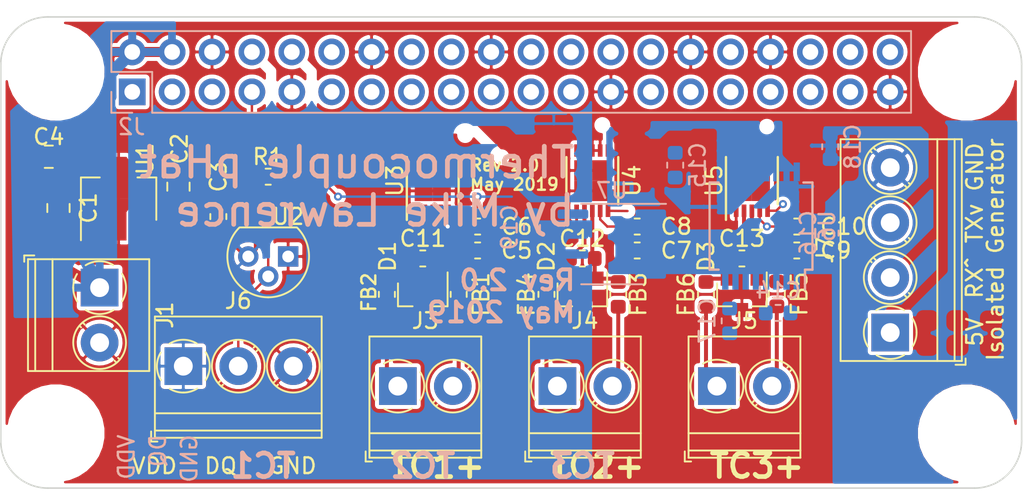
<source format=kicad_pcb>
(kicad_pcb (version 20171130) (host pcbnew "(5.1.4-0-10_14)")
  (layers (0 F.Cu signal) (31 B.Cu signal) (34 B.Paste user hide) (35 F.Paste user hide) (36 B.SilkS user hide) (37 F.SilkS user hide) (38 B.Mask user hide) (39 F.Mask user hide) (44 Edge.Cuts user))
  (net 0 "")
  (net 1 GND)
  (net 2 /W1)
  (net 3 /TC1-)
  (net 4 /TC1+)
  (net 5 /TC2-)
  (net 6 /TC2+)
  (net 7 /TC3-)
  (net 8 /TC3+)
  (net 9 +5V)
  (net 10 +3.3VA)
  (net 11 "Net-(C11-Pad1)")
  (net 12 "Net-(C11-Pad2)")
  (net 13 "Net-(C12-Pad1)")
  (net 14 "Net-(C12-Pad2)")
  (net 15 "Net-(C13-Pad1)")
  (net 16 "Net-(C13-Pad2)")
  (net 17 "Net-(J2-Pad1)")
  (net 18 "Net-(J2-Pad3)")
  (net 19 "Net-(J2-Pad5)")
  (net 20 "Net-(J2-Pad11)")
  (net 21 "Net-(J2-Pad12)")
  (net 22 "Net-(J2-Pad13)")
  (net 23 "Net-(J2-Pad15)")
  (net 24 "Net-(J2-Pad16)")
  (net 25 "Net-(J2-Pad17)")
  (net 26 "Net-(J2-Pad18)")
  (net 27 "Net-(J2-Pad19)")
  (net 28 "Net-(J2-Pad21)")
  (net 29 "Net-(J2-Pad22)")
  (net 30 "Net-(J2-Pad23)")
  (net 31 "Net-(J2-Pad24)")
  (net 32 "Net-(J2-Pad26)")
  (net 33 "Net-(J2-Pad27)")
  (net 34 "Net-(J2-Pad28)")
  (net 35 "Net-(J2-Pad29)")
  (net 36 "Net-(J2-Pad31)")
  (net 37 "Net-(J2-Pad32)")
  (net 38 "Net-(J2-Pad33)")
  (net 39 "Net-(J2-Pad35)")
  (net 40 "Net-(J2-Pad36)")
  (net 41 "Net-(J2-Pad37)")
  (net 42 "Net-(J2-Pad38)")
  (net 43 "Net-(J2-Pad40)")
  (net 44 "Net-(C14-Pad1)")
  (net 45 "Net-(C14-Pad2)")
  (net 46 "Net-(C15-Pad2)")
  (net 47 "Net-(C15-Pad1)")
  (net 48 "Net-(C16-Pad1)")
  (net 49 /GEN5V)
  (net 50 "Net-(C17-Pad1)")
  (net 51 /GENGND)
  (net 52 /TXD)
  (net 53 "Net-(U6-Pad8)")
  (net 54 "Net-(U6-Pad13)")
  (net 55 /GENOUT)
  (net 56 /GENIN)
  (net 57 /RXD)
  (module TerminalBlock_Phoenix:TerminalBlock_Phoenix_PT-1,5-4-3.5-H_1x04_P3.50mm_Horizontal (layer F.Cu) (at 69.1325 44.596 90)
    (fp_text reference J7 (at 5.25 -4.16 90) (layer F.SilkS))
    (fp_text value Screw_Terminal_01x04)
    (pad 4 thru_hole circle (at 10.5 0 90) (size 2.4 2.4) (drill 1.2) (layers *.Cu *.Mask) (net 51 /GENGND))
    (pad 3 thru_hole circle (at 7 0 90) (size 2.4 2.4) (drill 1.2) (layers *.Cu *.Mask) (net 55 /GENOUT))
    (pad 2 thru_hole circle (at 3.5 0 90) (size 2.4 2.4) (drill 1.2) (layers *.Cu *.Mask) (net 56 /GENIN))
    (pad 1 thru_hole rect (at 0 0 90) (size 2.4 2.4) (drill 1.2) (layers *.Cu *.Mask) (net 49 /GEN5V))
  )
  (module Package_SO:SSOP-16_5.3x6.2mm_P0.65mm (layer B.Cu) (at 60.9075 37.816 90)
    (fp_text reference U6 (at 0 4.2 90) (layer B.SilkS) (effects (justify mirror)))
    (fp_text value MAX3221CDBR)
    (pad 1 smd rect (at -3.45 2.275 90) (size 1.2 0.4) (layers B.Cu B.Paste B.Mask) (net 51 /GENGND))
    (pad 2 smd rect (at -3.45 1.625 90) (size 1.2 0.4) (layers B.Cu B.Paste B.Mask) (net 44 "Net-(C14-Pad1)"))
    (pad 3 smd rect (at -3.45 0.975 90) (size 1.2 0.4) (layers B.Cu B.Paste B.Mask) (net 48 "Net-(C16-Pad1)"))
    (pad 4 smd rect (at -3.45 0.325 90) (size 1.2 0.4) (layers B.Cu B.Paste B.Mask) (net 45 "Net-(C14-Pad2)"))
    (pad 5 smd rect (at -3.45 -0.325 90) (size 1.2 0.4) (layers B.Cu B.Paste B.Mask) (net 47 "Net-(C15-Pad1)"))
    (pad 6 smd rect (at -3.45 -0.975 90) (size 1.2 0.4) (layers B.Cu B.Paste B.Mask) (net 46 "Net-(C15-Pad2)"))
    (pad 7 smd rect (at -3.45 -1.625 90) (size 1.2 0.4) (layers B.Cu B.Paste B.Mask) (net 50 "Net-(C17-Pad1)"))
    (pad 8 smd rect (at -3.45 -2.275 90) (size 1.2 0.4) (layers B.Cu B.Paste B.Mask) (net 53 "Net-(U6-Pad8)"))
    (pad 9 smd rect (at 3.45 -2.275 90) (size 1.2 0.4) (layers B.Cu B.Paste B.Mask) (net 55 /GENOUT))
    (pad 10 smd rect (at 3.45 -1.625 90) (size 1.2 0.4) (layers B.Cu B.Paste B.Mask) (net 51 /GENGND))
    (pad 11 smd rect (at 3.45 -0.975 90) (size 1.2 0.4) (layers B.Cu B.Paste B.Mask) (net 56 /GENIN))
    (pad 12 smd rect (at 3.45 -0.325 90) (size 1.2 0.4) (layers B.Cu B.Paste B.Mask) (net 49 /GEN5V))
    (pad 13 smd rect (at 3.45 0.325 90) (size 1.2 0.4) (layers B.Cu B.Paste B.Mask) (net 54 "Net-(U6-Pad13)"))
    (pad 14 smd rect (at 3.45 0.975 90) (size 1.2 0.4) (layers B.Cu B.Paste B.Mask) (net 51 /GENGND))
    (pad 15 smd rect (at 3.45 1.625 90) (size 1.2 0.4) (layers B.Cu B.Paste B.Mask) (net 49 /GEN5V))
    (pad 16 smd rect (at 3.45 2.275 90) (size 1.2 0.4) (layers B.Cu B.Paste B.Mask) (net 49 /GEN5V))
  )
  (module Package_SO:SOIC-8_3.9x4.9mm_P1.27mm (layer B.Cu) (at 51.4075 38.961 180)
    (fp_text reference U7 (at 0 3.4) (layer B.SilkS) (effects (justify mirror)))
    (fp_text value ADuM1201ARZ)
    (pad 1 smd roundrect (at -2.475 1.905 180) (size 1.95 0.6) (layers B.Cu B.Paste B.Mask) (net 49 /GEN5V))
    (pad 2 smd roundrect (at -2.475 0.635 180) (size 1.95 0.6) (layers B.Cu B.Paste B.Mask) (net 53 "Net-(U6-Pad8)"))
    (pad 3 smd roundrect (at -2.475 -0.635 180) (size 1.95 0.6) (layers B.Cu B.Paste B.Mask) (net 54 "Net-(U6-Pad13)"))
    (pad 4 smd roundrect (at -2.475 -1.905 180) (size 1.95 0.6) (layers B.Cu B.Paste B.Mask) (net 51 /GENGND))
    (pad 5 smd roundrect (at 2.475 -1.905 180) (size 1.95 0.6) (layers B.Cu B.Paste B.Mask) (net 1 GND))
    (pad 6 smd roundrect (at 2.475 -0.635 180) (size 1.95 0.6) (layers B.Cu B.Paste B.Mask) (net 57 /RXD))
    (pad 7 smd roundrect (at 2.475 0.635 180) (size 1.95 0.6) (layers B.Cu B.Paste B.Mask) (net 52 /TXD))
    (pad 8 smd roundrect (at 2.475 1.905 180) (size 1.95 0.6) (layers B.Cu B.Paste B.Mask) (net 10 +3.3VA))
  )
  (module TerminalBlock_Phoenix:TerminalBlock_Phoenix_PT-1,5-3-3.5-H_1x03_P3.50mm_Horizontal (layer F.Cu) (at 24.1225 46.736)
    (fp_text reference J6 (at 3.5 -4.16) (layer F.SilkS))
    (fp_text value Screw_Terminal_01x03)
    (pad 3 thru_hole circle (at 7 0) (size 2.4 2.4) (drill 1.2) (layers *.Cu *.Mask) (net 1 GND))
    (pad 2 thru_hole circle (at 3.5 0) (size 2.4 2.4) (drill 1.2) (layers *.Cu *.Mask) (net 2 /W1))
    (pad 1 thru_hole rect (at 0 0) (size 2.4 2.4) (drill 1.2) (layers *.Cu *.Mask) (net 10 +3.3VA))
  )
  (module TerminalBlock_Phoenix:TerminalBlock_Phoenix_PT-1,5-2-3.5-H_1x02_P3.50mm_Horizontal (layer F.Cu) (at 58.1025 48.006)
    (fp_text reference J5 (at 1.75 -4.16) (layer F.SilkS))
    (fp_text value Screw_Terminal_01x02)
    (pad 2 thru_hole circle (at 3.5 0) (size 2.4 2.4) (drill 1.2) (layers *.Cu *.Mask) (net 8 /TC3+))
    (pad 1 thru_hole rect (at 0 0) (size 2.4 2.4) (drill 1.2) (layers *.Cu *.Mask) (net 7 /TC3-))
  )
  (module TerminalBlock_Phoenix:TerminalBlock_Phoenix_PT-1,5-2-3.5-H_1x02_P3.50mm_Horizontal (layer F.Cu) (at 47.9425 48.006)
    (fp_text reference J4 (at 1.75 -4.16) (layer F.SilkS))
    (fp_text value Screw_Terminal_01x02)
    (pad 2 thru_hole circle (at 3.5 0) (size 2.4 2.4) (drill 1.2) (layers *.Cu *.Mask) (net 6 /TC2+))
    (pad 1 thru_hole rect (at 0 0) (size 2.4 2.4) (drill 1.2) (layers *.Cu *.Mask) (net 5 /TC2-))
  )
  (module TerminalBlock_Phoenix:TerminalBlock_Phoenix_PT-1,5-2-3.5-H_1x02_P3.50mm_Horizontal (layer F.Cu) (at 37.7825 48.006)
    (fp_text reference J3 (at 1.75 -4.16) (layer F.SilkS))
    (fp_text value Screw_Terminal_01x02)
    (pad 2 thru_hole circle (at 3.5 0) (size 2.4 2.4) (drill 1.2) (layers *.Cu *.Mask) (net 4 /TC1+))
    (pad 1 thru_hole rect (at 0 0) (size 2.4 2.4) (drill 1.2) (layers *.Cu *.Mask) (net 3 /TC1-))
  )
  (module TerminalBlock_Phoenix:TerminalBlock_Phoenix_PT-1,5-2-3.5-H_1x02_P3.50mm_Horizontal (layer F.Cu) (at 18.7925 41.736 270)
    (fp_text reference J1 (at 1.75 -4.16 90) (layer F.SilkS))
    (fp_text value Screw_Terminal_01x02)
    (pad 2 thru_hole circle (at 3.5 0 270) (size 2.4 2.4) (drill 1.2) (layers *.Cu *.Mask) (net 1 GND))
    (pad 1 thru_hole rect (at 0 0 270) (size 2.4 2.4) (drill 1.2) (layers *.Cu *.Mask) (net 9 +5V))
  )
  (module Capacitor_SMD:C_0805_2012Metric (layer F.Cu) (at 15.5575 33.401)
    (fp_text reference C4 (at 0 -1.27) (layer F.SilkS) (effects (font (size 1.016 1.016) (thickness 0.1524))))
    (fp_text value 22uF hide)
    (pad 2 smd roundrect (at 0.9375 0) (size 0.975 1.4) (layers F.Cu F.Paste F.Mask) (net 1 GND))
    (pad 1 smd roundrect (at -0.9375 0) (size 0.975 1.4) (layers F.Cu F.Paste F.Mask) (net 9 +5V))
  )
  (module Package_TO_SOT_SMD:SOT-23 (layer F.Cu) (at 39.37 42.164 270)
    (fp_text reference D1 (at -2.413 2.2352 270) (layer F.SilkS))
    (fp_text value NUP2105LT1G)
    (pad 1 smd rect (at -1 -0.95 270) (size 0.9 0.8) (layers F.Cu F.Paste F.Mask) (net 11 "Net-(C11-Pad1)"))
    (pad 2 smd rect (at -1 0.95 270) (size 0.9 0.8) (layers F.Cu F.Paste F.Mask) (net 12 "Net-(C11-Pad2)"))
    (pad 3 smd rect (at 1 0 270) (size 0.9 0.8) (layers F.Cu F.Paste F.Mask) (net 1 GND))
  )
  (module RPi_Hat:RPi_Hat_Mounting_Hole (layer F.Cu) (at 16 51)
    (fp_text reference h3 hide)
    (fp_text value "" hide)
    (pad "" np_thru_hole circle (at 0 0) (size 2.75 2.75) (drill 2.75) (layers *.Cu *.Mask) (clearance 1.725))
  )
  (module RPi_Hat:RPi_Hat_Mounting_Hole (layer F.Cu) (at 74 28)
    (fp_text reference h1 hide)
    (fp_text value "" hide)
    (pad "" np_thru_hole circle (at 0 0) (size 2.75 2.75) (drill 2.75) (layers *.Cu *.Mask) (clearance 1.725))
  )
  (module RPi_Hat:RPi_Hat_Mounting_Hole (layer F.Cu) (at 74 51)
    (fp_text reference h2 hide)
    (fp_text value "" hide)
    (pad "" np_thru_hole circle (at 0 0) (size 2.75 2.75) (drill 2.75) (layers *.Cu *.Mask) (clearance 1.725))
  )
  (module RPi_Hat:RPi_Hat_Mounting_Hole (layer F.Cu) (at 16 28)
    (fp_text reference h4 hide)
    (fp_text value "" hide)
    (pad "" np_thru_hole circle (at 0 0) (size 2.75 2.75) (drill 2.75) (layers *.Cu *.Mask) (clearance 1.725))
  )
  (module Capacitor_SMD:C_0603_1608Metric (layer F.Cu) (at 42.8625 37.846 180)
    (fp_text reference C6 (at -1.397 0) (layer F.SilkS) (effects (font (size 1.016 1.016) (thickness 0.1524)) (justify left)))
    (fp_text value 0.1uF hide)
    (pad 2 smd roundrect (at 0.7875 0 180) (size 0.875 0.95) (layers F.Cu F.Paste F.Mask) (net 10 +3.3VA))
    (pad 1 smd roundrect (at -0.7875 0 180) (size 0.875 0.95) (layers F.Cu F.Paste F.Mask) (net 1 GND))
  )
  (module Capacitor_SMD:C_0603_1608Metric (layer F.Cu) (at 39.37 39.878 180)
    (fp_text reference C11 (at 0 1.27) (layer F.SilkS) (effects (font (size 1.016 1.016) (thickness 0.1524))))
    (fp_text value 0.1uF hide)
    (pad 1 smd roundrect (at -0.7875 0 180) (size 0.875 0.95) (layers F.Cu F.Paste F.Mask) (net 11 "Net-(C11-Pad1)"))
    (pad 2 smd roundrect (at 0.7875 0 180) (size 0.875 0.95) (layers F.Cu F.Paste F.Mask) (net 12 "Net-(C11-Pad2)"))
  )
  (module Capacitor_SMD:C_0603_1608Metric (layer F.Cu) (at 26.3525 37.211 90)
    (fp_text reference C3 (at 2.54 0 90) (layer F.SilkS) (effects (font (size 1.016 1.016) (thickness 0.1524))))
    (fp_text value 0.1uF hide)
    (pad 2 smd roundrect (at 0.7875 0 90) (size 0.875 0.95) (layers F.Cu F.Paste F.Mask) (net 1 GND))
    (pad 1 smd roundrect (at -0.7875 0 90) (size 0.875 0.95) (layers F.Cu F.Paste F.Mask) (net 10 +3.3VA))
  )
  (module Capacitor_SMD:C_0603_1608Metric (layer F.Cu) (at 53.0225 37.846 180)
    (fp_text reference C8 (at -1.397 0) (layer F.SilkS) (effects (font (size 1.016 1.016) (thickness 0.1524)) (justify left)))
    (fp_text value 0.1uF hide)
    (pad 2 smd roundrect (at 0.7875 0 180) (size 0.875 0.95) (layers F.Cu F.Paste F.Mask) (net 10 +3.3VA))
    (pad 1 smd roundrect (at -0.7875 0 180) (size 0.875 0.95) (layers F.Cu F.Paste F.Mask) (net 1 GND))
  )
  (module Capacitor_SMD:C_0603_1608Metric (layer F.Cu) (at 49.53 39.878 180)
    (fp_text reference C12 (at 0 1.27) (layer F.SilkS) (effects (font (size 1.016 1.016) (thickness 0.1524))))
    (fp_text value 0.1uF hide)
    (pad 1 smd roundrect (at -0.7875 0 180) (size 0.875 0.95) (layers F.Cu F.Paste F.Mask) (net 13 "Net-(C12-Pad1)"))
    (pad 2 smd roundrect (at 0.7875 0 180) (size 0.875 0.95) (layers F.Cu F.Paste F.Mask) (net 14 "Net-(C12-Pad2)"))
  )
  (module Capacitor_SMD:C_0603_1608Metric (layer F.Cu) (at 63.1825 37.846 180)
    (fp_text reference C10 (at -1.397 0) (layer F.SilkS) (effects (font (size 1.016 1.016) (thickness 0.1524)) (justify left)))
    (fp_text value 0.1uF hide)
    (pad 2 smd roundrect (at 0.7875 0 180) (size 0.875 0.95) (layers F.Cu F.Paste F.Mask) (net 10 +3.3VA))
    (pad 1 smd roundrect (at -0.7875 0 180) (size 0.875 0.95) (layers F.Cu F.Paste F.Mask) (net 1 GND))
  )
  (module Capacitor_SMD:C_0603_1608Metric (layer F.Cu) (at 59.69 39.878 180)
    (fp_text reference C13 (at 0 1.27) (layer F.SilkS) (effects (font (size 1.016 1.016) (thickness 0.1524))))
    (fp_text value 0.1uF hide)
    (pad 1 smd roundrect (at -0.7875 0 180) (size 0.875 0.95) (layers F.Cu F.Paste F.Mask) (net 15 "Net-(C13-Pad1)"))
    (pad 2 smd roundrect (at 0.7875 0 180) (size 0.875 0.95) (layers F.Cu F.Paste F.Mask) (net 16 "Net-(C13-Pad2)"))
  )
  (module Capacitor_SMD:C_0603_1608Metric (layer F.Cu) (at 42.8625 39.37)
    (fp_text reference C5 (at 1.397 0) (layer F.SilkS) (effects (font (size 1.016 1.016) (thickness 0.1524)) (justify left)))
    (fp_text value 0.01uF hide)
    (pad 2 smd roundrect (at 0.7875 0) (size 0.875 0.95) (layers F.Cu F.Paste F.Mask) (net 1 GND))
    (pad 1 smd roundrect (at -0.7875 0) (size 0.875 0.95) (layers F.Cu F.Paste F.Mask) (net 10 +3.3VA))
  )
  (module Capacitor_SMD:C_0603_1608Metric (layer F.Cu) (at 53.0225 39.37)
    (fp_text reference C7 (at 1.397 0) (layer F.SilkS) (effects (font (size 1.016 1.016) (thickness 0.1524)) (justify left)))
    (fp_text value 0.01uF hide)
    (pad 1 smd roundrect (at -0.7875 0) (size 0.875 0.95) (layers F.Cu F.Paste F.Mask) (net 10 +3.3VA))
    (pad 2 smd roundrect (at 0.7875 0) (size 0.875 0.95) (layers F.Cu F.Paste F.Mask) (net 1 GND))
  )
  (module Capacitor_SMD:C_0603_1608Metric (layer F.Cu) (at 63.1825 39.37)
    (fp_text reference C9 (at 1.397 0) (layer F.SilkS) (effects (font (size 1.016 1.016) (thickness 0.1524)) (justify left)))
    (fp_text value 0.01uF hide)
    (pad 2 smd roundrect (at 0.7875 0) (size 0.875 0.95) (layers F.Cu F.Paste F.Mask) (net 1 GND))
    (pad 1 smd roundrect (at -0.7875 0) (size 0.875 0.95) (layers F.Cu F.Paste F.Mask) (net 10 +3.3VA))
  )
  (module Capacitor_SMD:C_0805_2012Metric (layer F.Cu) (at 23.8125 35.306 270)
    (fp_text reference C2 (at -2.413 -0.0635 270) (layer F.SilkS) (effects (font (size 1.016 1.016) (thickness 0.1524))))
    (fp_text value 2.2uF hide)
    (pad 2 smd roundrect (at 0.9375 0 270) (size 0.975 1.4) (layers F.Cu F.Paste F.Mask) (net 10 +3.3VA))
    (pad 1 smd roundrect (at -0.9375 0 270) (size 0.975 1.4) (layers F.Cu F.Paste F.Mask) (net 1 GND))
  )
  (module Capacitor_SMD:C_0805_2012Metric (layer F.Cu) (at 16.1725 36.666 270)
    (fp_text reference C1 (at 0 -1.905 90) (layer F.SilkS) (effects (font (size 1.016 1.016) (thickness 0.1524))))
    (fp_text value 2.2uF hide)
    (pad 1 smd roundrect (at -0.9375 0 270) (size 0.975 1.4) (layers F.Cu F.Paste F.Mask) (net 1 GND))
    (pad 2 smd roundrect (at 0.9375 0 270) (size 0.975 1.4) (layers F.Cu F.Paste F.Mask) (net 9 +5V))
  )
  (module Connector_PinSocket_2.54mm:PinSocket_2x20_P2.54mm_Vertical (layer B.Cu) (at 20.87 29.27 270)
    (fp_text reference J2 (at 2.226 0.042) (layer B.SilkS) (effects (font (size 1.016 1.016) (thickness 0.1524)) (justify mirror)))
    (fp_text value RPi_GPIO hide)
    (pad 1 thru_hole rect (at 0 0 270) (size 1.7 1.7) (drill 1) (layers *.Cu *.Mask) (net 17 "Net-(J2-Pad1)"))
    (pad 2 thru_hole oval (at -2.54 0 270) (size 1.7 1.7) (drill 1) (layers *.Cu *.Mask) (net 9 +5V))
    (pad 3 thru_hole oval (at 0 -2.54 270) (size 1.7 1.7) (drill 1) (layers *.Cu *.Mask) (net 18 "Net-(J2-Pad3)"))
    (pad 4 thru_hole oval (at -2.54 -2.54 270) (size 1.7 1.7) (drill 1) (layers *.Cu *.Mask) (net 9 +5V))
    (pad 5 thru_hole oval (at 0 -5.08 270) (size 1.7 1.7) (drill 1) (layers *.Cu *.Mask) (net 19 "Net-(J2-Pad5)"))
    (pad 6 thru_hole oval (at -2.54 -5.08 270) (size 1.7 1.7) (drill 1) (layers *.Cu *.Mask) (net 1 GND))
    (pad 7 thru_hole oval (at 0 -7.62 270) (size 1.7 1.7) (drill 1) (layers *.Cu *.Mask) (net 2 /W1))
    (pad 8 thru_hole oval (at -2.54 -7.62 270) (size 1.7 1.7) (drill 1) (layers *.Cu *.Mask) (net 52 /TXD))
    (pad 9 thru_hole oval (at 0 -10.16 270) (size 1.7 1.7) (drill 1) (layers *.Cu *.Mask) (net 1 GND))
    (pad 10 thru_hole oval (at -2.54 -10.16 270) (size 1.7 1.7) (drill 1) (layers *.Cu *.Mask) (net 57 /RXD))
    (pad 11 thru_hole oval (at 0 -12.7 270) (size 1.7 1.7) (drill 1) (layers *.Cu *.Mask) (net 20 "Net-(J2-Pad11)"))
    (pad 12 thru_hole oval (at -2.54 -12.7 270) (size 1.7 1.7) (drill 1) (layers *.Cu *.Mask) (net 21 "Net-(J2-Pad12)"))
    (pad 13 thru_hole oval (at 0 -15.24 270) (size 1.7 1.7) (drill 1) (layers *.Cu *.Mask) (net 22 "Net-(J2-Pad13)"))
    (pad 14 thru_hole oval (at -2.54 -15.24 270) (size 1.7 1.7) (drill 1) (layers *.Cu *.Mask) (net 1 GND))
    (pad 15 thru_hole oval (at 0 -17.78 270) (size 1.7 1.7) (drill 1) (layers *.Cu *.Mask) (net 23 "Net-(J2-Pad15)"))
    (pad 16 thru_hole oval (at -2.54 -17.78 270) (size 1.7 1.7) (drill 1) (layers *.Cu *.Mask) (net 24 "Net-(J2-Pad16)"))
    (pad 17 thru_hole oval (at 0 -20.32 270) (size 1.7 1.7) (drill 1) (layers *.Cu *.Mask) (net 25 "Net-(J2-Pad17)"))
    (pad 18 thru_hole oval (at -2.54 -20.32 270) (size 1.7 1.7) (drill 1) (layers *.Cu *.Mask) (net 26 "Net-(J2-Pad18)"))
    (pad 19 thru_hole oval (at 0 -22.86 270) (size 1.7 1.7) (drill 1) (layers *.Cu *.Mask) (net 27 "Net-(J2-Pad19)"))
    (pad 20 thru_hole oval (at -2.54 -22.86 270) (size 1.7 1.7) (drill 1) (layers *.Cu *.Mask) (net 1 GND))
    (pad 21 thru_hole oval (at 0 -25.4 270) (size 1.7 1.7) (drill 1) (layers *.Cu *.Mask) (net 28 "Net-(J2-Pad21)"))
    (pad 22 thru_hole oval (at -2.54 -25.4 270) (size 1.7 1.7) (drill 1) (layers *.Cu *.Mask) (net 29 "Net-(J2-Pad22)"))
    (pad 23 thru_hole oval (at 0 -27.94 270) (size 1.7 1.7) (drill 1) (layers *.Cu *.Mask) (net 30 "Net-(J2-Pad23)"))
    (pad 24 thru_hole oval (at -2.54 -27.94 270) (size 1.7 1.7) (drill 1) (layers *.Cu *.Mask) (net 31 "Net-(J2-Pad24)"))
    (pad 25 thru_hole oval (at 0 -30.48 270) (size 1.7 1.7) (drill 1) (layers *.Cu *.Mask) (net 1 GND))
    (pad 26 thru_hole oval (at -2.54 -30.48 270) (size 1.7 1.7) (drill 1) (layers *.Cu *.Mask) (net 32 "Net-(J2-Pad26)"))
    (pad 27 thru_hole oval (at 0 -33.02 270) (size 1.7 1.7) (drill 1) (layers *.Cu *.Mask) (net 33 "Net-(J2-Pad27)"))
    (pad 28 thru_hole oval (at -2.54 -33.02 270) (size 1.7 1.7) (drill 1) (layers *.Cu *.Mask) (net 34 "Net-(J2-Pad28)"))
    (pad 29 thru_hole oval (at 0 -35.56 270) (size 1.7 1.7) (drill 1) (layers *.Cu *.Mask) (net 35 "Net-(J2-Pad29)"))
    (pad 30 thru_hole oval (at -2.54 -35.56 270) (size 1.7 1.7) (drill 1) (layers *.Cu *.Mask) (net 1 GND))
    (pad 31 thru_hole oval (at 0 -38.1 270) (size 1.7 1.7) (drill 1) (layers *.Cu *.Mask) (net 36 "Net-(J2-Pad31)"))
    (pad 32 thru_hole oval (at -2.54 -38.1 270) (size 1.7 1.7) (drill 1) (layers *.Cu *.Mask) (net 37 "Net-(J2-Pad32)"))
    (pad 33 thru_hole oval (at 0 -40.64 270) (size 1.7 1.7) (drill 1) (layers *.Cu *.Mask) (net 38 "Net-(J2-Pad33)"))
    (pad 34 thru_hole oval (at -2.54 -40.64 270) (size 1.7 1.7) (drill 1) (layers *.Cu *.Mask) (net 1 GND))
    (pad 35 thru_hole oval (at 0 -43.18 270) (size 1.7 1.7) (drill 1) (layers *.Cu *.Mask) (net 39 "Net-(J2-Pad35)"))
    (pad 36 thru_hole oval (at -2.54 -43.18 270) (size 1.7 1.7) (drill 1) (layers *.Cu *.Mask) (net 40 "Net-(J2-Pad36)"))
    (pad 37 thru_hole oval (at 0 -45.72 270) (size 1.7 1.7) (drill 1) (layers *.Cu *.Mask) (net 41 "Net-(J2-Pad37)"))
    (pad 38 thru_hole oval (at -2.54 -45.72 270) (size 1.7 1.7) (drill 1) (layers *.Cu *.Mask) (net 42 "Net-(J2-Pad38)"))
    (pad 39 thru_hole oval (at 0 -48.26 270) (size 1.7 1.7) (drill 1) (layers *.Cu *.Mask) (net 1 GND))
    (pad 40 thru_hole oval (at -2.54 -48.26 270) (size 1.7 1.7) (drill 1) (layers *.Cu *.Mask) (net 43 "Net-(J2-Pad40)"))
  )
  (module Resistor_SMD:R_0603_1608Metric (layer F.Cu) (at 29.5275 34.671 180)
    (fp_text reference R1 (at 0 1.27) (layer F.SilkS) (effects (font (size 1.016 1.016) (thickness 0.1524))))
    (fp_text value 4.7k hide)
    (pad 1 smd roundrect (at -0.7875 0 180) (size 0.875 0.95) (layers F.Cu F.Paste F.Mask) (net 2 /W1))
    (pad 2 smd roundrect (at 0.7875 0 180) (size 0.875 0.95) (layers F.Cu F.Paste F.Mask) (net 10 +3.3VA))
  )
  (module Package_DFN_QFN-ML:TDFN-10-1EP_3x4mm_Pitch0.5mm (layer F.Cu) (at 40.005 34.925 90)
    (fp_text reference U3 (at 0 -2.413 90) (layer F.SilkS) (effects (font (size 1.016 1.016) (thickness 0.1524))))
    (fp_text value MAX31850K hide)
    (pad 1 smd rect (at -1.92 -1 90) (size 0.79 0.3) (layers F.Cu F.Paste F.Mask) (net 1 GND))
    (pad 2 smd rect (at -1.92 -0.5 90) (size 0.79 0.3) (layers F.Cu F.Paste F.Mask) (net 12 "Net-(C11-Pad2)"))
    (pad 3 smd rect (at -1.92 0 90) (size 0.79 0.3) (layers F.Cu F.Paste F.Mask) (net 11 "Net-(C11-Pad1)"))
    (pad 4 smd rect (at -1.92 0.5 90) (size 0.79 0.3) (layers F.Cu F.Paste F.Mask) (net 10 +3.3VA))
    (pad 5 smd rect (at -1.92 1 90) (size 0.79 0.3) (layers F.Cu F.Paste F.Mask) (net 2 /W1))
    (pad 6 smd rect (at 1.92 1 90) (size 0.79 0.3) (layers F.Cu F.Paste F.Mask) (net 1 GND))
    (pad 7 smd rect (at 1.92 0.5 90) (size 0.79 0.3) (layers F.Cu F.Paste F.Mask) (net 1 GND))
    (pad 8 smd rect (at 1.92 0 90) (size 0.79 0.3) (layers F.Cu F.Paste F.Mask) (net 1 GND))
    (pad 9 smd rect (at 1.92 -0.5 90) (size 0.79 0.3) (layers F.Cu F.Paste F.Mask) (net 1 GND))
    (pad 10 smd rect (at 1.92 -1 90) (size 0.79 0.3) (layers F.Cu F.Paste F.Mask))
    (pad 11 smd rect (at 0.65 0.575 90) (size 1.3 1.15) (layers F.Cu F.Paste F.Mask) (net 1 GND))
    (pad 11 smd rect (at 0.65 -0.575 90) (size 1.3 1.15) (layers F.Cu F.Paste F.Mask) (net 1 GND))
    (pad 11 smd rect (at -0.65 0.575 90) (size 1.3 1.15) (layers F.Cu F.Paste F.Mask) (net 1 GND))
    (pad 11 smd rect (at -0.65 -0.575 90) (size 1.3 1.15) (layers F.Cu F.Paste F.Mask) (net 1 GND))
  )
  (module Package_TO_SOT_THT:TO-92 (layer F.Cu) (at 30.7975 39.751 180)
    (fp_text reference U2 (at 0 2.54) (layer F.SilkS) (effects (font (size 1.016 1.016) (thickness 0.1524))))
    (fp_text value DS18S20 hide)
    (pad 2 thru_hole circle (at 1.27 -1.27 270) (size 1.3 1.3) (drill 0.75) (layers *.Cu *.Mask) (net 2 /W1))
    (pad 3 thru_hole circle (at 2.54 0 270) (size 1.3 1.3) (drill 0.75) (layers *.Cu *.Mask) (net 10 +3.3VA))
    (pad 1 thru_hole rect (at 0 0 270) (size 1.3 1.3) (drill 0.75) (layers *.Cu *.Mask) (net 1 GND))
  )
  (module Package_DFN_QFN-ML:TDFN-10-1EP_3x4mm_Pitch0.5mm (layer F.Cu) (at 50.165 34.925 90)
    (fp_text reference U4 (at 0 2.54 90) (layer F.SilkS) (effects (font (size 1.016 1.016) (thickness 0.1524))))
    (fp_text value MAX31850K hide)
    (pad 11 smd rect (at -0.65 -0.575 90) (size 1.3 1.15) (layers F.Cu F.Paste F.Mask) (net 1 GND))
    (pad 11 smd rect (at -0.65 0.575 90) (size 1.3 1.15) (layers F.Cu F.Paste F.Mask) (net 1 GND))
    (pad 11 smd rect (at 0.65 -0.575 90) (size 1.3 1.15) (layers F.Cu F.Paste F.Mask) (net 1 GND))
    (pad 11 smd rect (at 0.65 0.575 90) (size 1.3 1.15) (layers F.Cu F.Paste F.Mask) (net 1 GND))
    (pad 10 smd rect (at 1.92 -1 90) (size 0.79 0.3) (layers F.Cu F.Paste F.Mask))
    (pad 9 smd rect (at 1.92 -0.5 90) (size 0.79 0.3) (layers F.Cu F.Paste F.Mask) (net 1 GND))
    (pad 8 smd rect (at 1.92 0 90) (size 0.79 0.3) (layers F.Cu F.Paste F.Mask) (net 1 GND))
    (pad 7 smd rect (at 1.92 0.5 90) (size 0.79 0.3) (layers F.Cu F.Paste F.Mask) (net 1 GND))
    (pad 6 smd rect (at 1.92 1 90) (size 0.79 0.3) (layers F.Cu F.Paste F.Mask) (net 10 +3.3VA))
    (pad 5 smd rect (at -1.92 1 90) (size 0.79 0.3) (layers F.Cu F.Paste F.Mask) (net 2 /W1))
    (pad 4 smd rect (at -1.92 0.5 90) (size 0.79 0.3) (layers F.Cu F.Paste F.Mask) (net 10 +3.3VA))
    (pad 3 smd rect (at -1.92 0 90) (size 0.79 0.3) (layers F.Cu F.Paste F.Mask) (net 13 "Net-(C12-Pad1)"))
    (pad 2 smd rect (at -1.92 -0.5 90) (size 0.79 0.3) (layers F.Cu F.Paste F.Mask) (net 14 "Net-(C12-Pad2)"))
    (pad 1 smd rect (at -1.92 -1 90) (size 0.79 0.3) (layers F.Cu F.Paste F.Mask) (net 1 GND))
  )
  (module Package_DFN_QFN-ML:TDFN-10-1EP_3x4mm_Pitch0.5mm (layer F.Cu) (at 60.325 34.92 90)
    (fp_text reference U5 (at -0.005 -2.413 90) (layer F.SilkS) (effects (font (size 1.016 1.016) (thickness 0.1524))))
    (fp_text value MAX31850K hide)
    (pad 1 smd rect (at -1.92 -1 90) (size 0.79 0.3) (layers F.Cu F.Paste F.Mask) (net 1 GND))
    (pad 2 smd rect (at -1.92 -0.5 90) (size 0.79 0.3) (layers F.Cu F.Paste F.Mask) (net 16 "Net-(C13-Pad2)"))
    (pad 3 smd rect (at -1.92 0 90) (size 0.79 0.3) (layers F.Cu F.Paste F.Mask) (net 15 "Net-(C13-Pad1)"))
    (pad 4 smd rect (at -1.92 0.5 90) (size 0.79 0.3) (layers F.Cu F.Paste F.Mask) (net 10 +3.3VA))
    (pad 5 smd rect (at -1.92 1 90) (size 0.79 0.3) (layers F.Cu F.Paste F.Mask) (net 2 /W1))
    (pad 6 smd rect (at 1.92 1 90) (size 0.79 0.3) (layers F.Cu F.Paste F.Mask) (net 1 GND))
    (pad 7 smd rect (at 1.92 0.5 90) (size 0.79 0.3) (layers F.Cu F.Paste F.Mask) (net 10 +3.3VA))
    (pad 8 smd rect (at 1.92 0 90) (size 0.79 0.3) (layers F.Cu F.Paste F.Mask) (net 1 GND))
    (pad 9 smd rect (at 1.92 -0.5 90) (size 0.79 0.3) (layers F.Cu F.Paste F.Mask) (net 1 GND))
    (pad 10 smd rect (at 1.92 -1 90) (size 0.79 0.3) (layers F.Cu F.Paste F.Mask))
    (pad 11 smd rect (at 0.65 0.575 90) (size 1.3 1.15) (layers F.Cu F.Paste F.Mask) (net 1 GND))
    (pad 11 smd rect (at 0.65 -0.575 90) (size 1.3 1.15) (layers F.Cu F.Paste F.Mask) (net 1 GND))
    (pad 11 smd rect (at -0.65 0.575 90) (size 1.3 1.15) (layers F.Cu F.Paste F.Mask) (net 1 GND))
    (pad 11 smd rect (at -0.65 -0.575 90) (size 1.3 1.15) (layers F.Cu F.Paste F.Mask) (net 1 GND))
  )
  (module Package_TO_SOT_SMD:SOT-89-3 (layer F.Cu) (at 20.0025 36.4998 90)
    (fp_text reference U1 (at 2.954 1.689 270) (layer F.SilkS) (effects (font (size 1.016 1.016) (thickness 0.1524))))
    (fp_text value MCP1754ST hide)
    (pad 2 smd trapezoid (at 2.667 0) (size 1.6 0.85) (rect_delta 0 0.6) (layers F.Cu F.Paste F.Mask) (net 1 GND))
    (pad 1 smd rect (at -1.48 -1.5) (size 1 1.5) (layers F.Cu F.Paste F.Mask) (net 9 +5V))
    (pad 2 smd rect (at -1.3335 0) (size 1 1.8) (layers F.Cu F.Paste F.Mask) (net 1 GND))
    (pad 3 smd rect (at -1.48 1.5) (size 1 1.5) (layers F.Cu F.Paste F.Mask) (net 10 +3.3VA))
    (pad 2 smd rect (at 1.3335 0) (size 2.2 1.84) (layers F.Cu F.Paste F.Mask) (net 1 GND))
    (pad 2 smd trapezoid (at -0.0762 0 180) (size 1.5 1) (rect_delta 0 0.7) (layers F.Cu F.Paste F.Mask) (net 1 GND))
  )
  (module Inductor_SMD:L_0603_1608Metric (layer F.Cu) (at 41.656 42.164 270)
    (fp_text reference FB1 (at 0 -1.43 90) (layer F.SilkS))
    (fp_text value 1k)
    (pad 2 smd roundrect (at 0.7875 0 270) (size 0.875 0.95) (layers F.Cu F.Paste F.Mask) (net 4 /TC1+))
    (pad 1 smd roundrect (at -0.7875 0 270) (size 0.875 0.95) (layers F.Cu F.Paste F.Mask) (net 11 "Net-(C11-Pad1)"))
  )
  (module Inductor_SMD:L_0603_1608Metric (layer F.Cu) (at 37.084 42.164 270)
    (fp_text reference FB2 (at -0.127 1.143 90) (layer F.SilkS) (effects (font (size 0.889 0.889) (thickness 0.1524))))
    (fp_text value 1k)
    (pad 1 smd roundrect (at -0.7875 0 270) (size 0.875 0.95) (layers F.Cu F.Paste F.Mask) (net 12 "Net-(C11-Pad2)"))
    (pad 2 smd roundrect (at 0.7875 0 270) (size 0.875 0.95) (layers F.Cu F.Paste F.Mask) (net 3 /TC1-))
  )
  (module Inductor_SMD:L_0603_1608Metric (layer F.Cu) (at 51.816 42.164 270)
    (fp_text reference FB3 (at 0 -1.27 90) (layer F.SilkS))
    (fp_text value 1k)
    (pad 2 smd roundrect (at 0.7875 0 270) (size 0.875 0.95) (layers F.Cu F.Paste F.Mask) (net 6 /TC2+))
    (pad 1 smd roundrect (at -0.7875 0 270) (size 0.875 0.95) (layers F.Cu F.Paste F.Mask) (net 13 "Net-(C12-Pad1)"))
  )
  (module Inductor_SMD:L_0603_1608Metric (layer F.Cu) (at 47.244 42.164 270)
    (fp_text reference FB4 (at 0 1.27 90) (layer F.SilkS))
    (fp_text value 1k)
    (pad 1 smd roundrect (at -0.7875 0 270) (size 0.875 0.95) (layers F.Cu F.Paste F.Mask) (net 14 "Net-(C12-Pad2)"))
    (pad 2 smd roundrect (at 0.7875 0 270) (size 0.875 0.95) (layers F.Cu F.Paste F.Mask) (net 5 /TC2-))
  )
  (module Inductor_SMD:L_0603_1608Metric (layer F.Cu) (at 61.9125 42.1385 270)
    (fp_text reference FB5 (at 0 -1.43 90) (layer F.SilkS))
    (fp_text value 1k)
    (pad 2 smd roundrect (at 0.7875 0 270) (size 0.875 0.95) (layers F.Cu F.Paste F.Mask) (net 8 /TC3+))
    (pad 1 smd roundrect (at -0.7875 0 270) (size 0.875 0.95) (layers F.Cu F.Paste F.Mask) (net 15 "Net-(C13-Pad1)"))
  )
  (module Inductor_SMD:L_0603_1608Metric (layer F.Cu) (at 57.404 42.164 270)
    (fp_text reference FB6 (at 0 1.27 90) (layer F.SilkS))
    (fp_text value 1k)
    (pad 1 smd roundrect (at -0.7875 0 270) (size 0.875 0.95) (layers F.Cu F.Paste F.Mask) (net 16 "Net-(C13-Pad2)"))
    (pad 2 smd roundrect (at 0.7875 0 270) (size 0.875 0.95) (layers F.Cu F.Paste F.Mask) (net 7 /TC3-))
  )
  (module Package_TO_SOT_SMD:SOT-23 (layer F.Cu) (at 49.53 42.164 270)
    (fp_text reference D2 (at -2.413 2.286 90) (layer F.SilkS))
    (fp_text value NUP2105LT1G)
    (pad 1 smd rect (at -1 -0.95 270) (size 0.9 0.8) (layers F.Cu F.Paste F.Mask) (net 13 "Net-(C12-Pad1)"))
    (pad 2 smd rect (at -1 0.95 270) (size 0.9 0.8) (layers F.Cu F.Paste F.Mask) (net 14 "Net-(C12-Pad2)"))
    (pad 3 smd rect (at 1 0 270) (size 0.9 0.8) (layers F.Cu F.Paste F.Mask) (net 1 GND))
  )
  (module Package_TO_SOT_SMD:SOT-23 (layer F.Cu) (at 59.69 42.164 270)
    (fp_text reference D3 (at -2.413 2.286 90) (layer F.SilkS))
    (fp_text value NUP2105LT1G)
    (pad 3 smd rect (at 1 0 270) (size 0.9 0.8) (layers F.Cu F.Paste F.Mask) (net 1 GND))
    (pad 2 smd rect (at -1 0.95 270) (size 0.9 0.8) (layers F.Cu F.Paste F.Mask) (net 16 "Net-(C13-Pad2)"))
    (pad 1 smd rect (at -1 -0.95 270) (size 0.9 0.8) (layers F.Cu F.Paste F.Mask) (net 15 "Net-(C13-Pad1)"))
  )
  (module Capacitor_SMD:C_0603_1608Metric (layer B.Cu) (at 61.995 43.346 180)
    (fp_text reference C14 (at 0 1.43) (layer B.SilkS) (effects (justify mirror)))
    (fp_text value 0.047uF)
    (pad 1 smd roundrect (at -0.7875 0 180) (size 0.875 0.95) (layers B.Cu B.Paste B.Mask) (net 44 "Net-(C14-Pad1)"))
    (pad 2 smd roundrect (at 0.7875 0 180) (size 0.875 0.95) (layers B.Cu B.Paste B.Mask) (net 45 "Net-(C14-Pad2)"))
  )
  (module Capacitor_SMD:C_0603_1608Metric (layer B.Cu) (at 55.4425 33.9385 90)
    (fp_text reference C15 (at 0 1.43 90) (layer B.SilkS) (effects (justify mirror)))
    (fp_text value 0.33uF)
    (pad 2 smd roundrect (at 0.7875 0 90) (size 0.875 0.95) (layers B.Cu B.Paste B.Mask) (net 46 "Net-(C15-Pad2)"))
    (pad 1 smd roundrect (at -0.7875 0 90) (size 0.875 0.95) (layers B.Cu B.Paste B.Mask) (net 47 "Net-(C15-Pad1)"))
  )
  (module Capacitor_SMD:C_0603_1608Metric (layer B.Cu) (at 65.3325 38.2635 270)
    (fp_text reference C16 (at 0 1.43 90) (layer B.SilkS) (effects (justify mirror)))
    (fp_text value 0.33uF)
    (pad 1 smd roundrect (at -0.7875 0 270) (size 0.875 0.95) (layers B.Cu B.Paste B.Mask) (net 48 "Net-(C16-Pad1)"))
    (pad 2 smd roundrect (at 0.7875 0 270) (size 0.875 0.95) (layers B.Cu B.Paste B.Mask) (net 49 /GEN5V))
  )
  (module Capacitor_SMD:C_0603_1608Metric (layer B.Cu) (at 58.9125 43.8535 270)
    (fp_text reference C17 (at 0 1.43 90) (layer B.SilkS) (effects (justify mirror)))
    (fp_text value 0.33uF)
    (pad 2 smd roundrect (at 0.7875 0 270) (size 0.875 0.95) (layers B.Cu B.Paste B.Mask) (net 49 /GEN5V))
    (pad 1 smd roundrect (at -0.7875 0 270) (size 0.875 0.95) (layers B.Cu B.Paste B.Mask) (net 50 "Net-(C17-Pad1)"))
  )
  (module Capacitor_SMD:C_0603_1608Metric (layer B.Cu) (at 65.3125 32.7635 90)
    (fp_text reference C18 (at 0 1.43 90) (layer B.SilkS) (effects (justify mirror)))
    (fp_text value 0.01uF)
    (pad 2 smd roundrect (at 0.7875 0 90) (size 0.875 0.95) (layers B.Cu B.Paste B.Mask) (net 51 /GENGND))
    (pad 1 smd roundrect (at -0.7875 0 90) (size 0.875 0.95) (layers B.Cu B.Paste B.Mask) (net 49 /GEN5V))
  )
  (module Capacitor_SMD:C_0603_1608Metric (layer B.Cu) (at 46.3225 37.9035 270)
    (fp_text reference C19 (at 0 1.43 90) (layer B.SilkS) (effects (justify mirror)))
    (fp_text value 0.01uF)
    (pad 1 smd roundrect (at -0.7875 0 270) (size 0.875 0.95) (layers B.Cu B.Paste B.Mask) (net 10 +3.3VA))
    (pad 2 smd roundrect (at 0.7875 0 270) (size 0.875 0.95) (layers B.Cu B.Paste B.Mask) (net 1 GND))
  )
  (gr_text "Isolated Generator" (at 75.8325 39.316 90) (layer F.SilkS) (effects (font (size 1.016 1.016) (thickness 0.1524))))
  (gr_text GND (at 74.5225 34.056 90) (layer F.SilkS) (effects (font (size 1.016 1.016) (thickness 0.1524))))
  (gr_text RX^ (at 74.5025 41.146 90) (layer F.SilkS) (effects (font (size 1.016 1.016) (thickness 0.1524))))
  (gr_text "TXv\n" (at 74.5025 37.646 90) (layer F.SilkS) (effects (font (size 1.016 1.016) (thickness 0.1524))))
  (gr_text 5V (at 74.5225 44.556 90) (layer F.SilkS) (effects (font (size 1.016 1.016) (thickness 0.1524))))
  (gr_text "Rev 2.0\nMay 2019" (at 42.291 34.544) (layer F.SilkS) (effects (font (size 0.762 0.762) (thickness 0.1524)) (justify left)))
  (gr_text DQ (at 22.5 51 90) (layer B.SilkS) (effects (font (size 1 1)) (justify left mirror)))
  (gr_text GND (at 24.5 51 90) (layer B.SilkS) (effects (font (size 1 1)) (justify left mirror)))
  (gr_text VDD (at 20.5 51 90) (layer B.SilkS) (effects (font (size 1 1)) (justify left mirror)))
  (gr_text TC1 (at 29.21 53.086) (layer B.SilkS) (effects (font (size 1.5 1.5) (thickness 0.3)) (justify mirror)))
  (gr_text TC3 (at 49.53 53.086) (layer B.SilkS) (effects (font (size 1.5 1.5) (thickness 0.3)) (justify mirror)))
  (gr_text TC2 (at 39.37 53.086) (layer B.SilkS) (effects (font (size 1.5 1.5) (thickness 0.3)) (justify mirror)))
  (gr_text "Rev 2.0\nMay 2019" (at 49.2125 42.291) (layer B.SilkS) (effects (font (size 1.27 1.27) (thickness 0.254)) (justify left mirror)))
  (gr_text "Thermocouple pHat\nby Mike Lawrence" (at 49.2125 35.306) (layer B.SilkS) (effects (font (size 1.905 1.905) (thickness 0.3048)) (justify left mirror)))
  (gr_text GND (at 32.7025 53.086) (layer F.SilkS) (effects (font (size 1 1)) (justify right)))
  (gr_text DQ (at 27.6225 53.086) (layer F.SilkS) (effects (font (size 1 1)) (justify right)))
  (gr_text VDD (at 23.8125 53.086) (layer F.SilkS) (effects (font (size 1 1)) (justify right)))
  (gr_text TC3+ (at 60.6425 53.086) (layer F.SilkS) (effects (font (size 1.5 1.5) (thickness 0.3))))
  (gr_text TC2+ (at 50.4825 53.086) (layer F.SilkS) (effects (font (size 1.5 1.5) (thickness 0.3))))
  (gr_text TC1+ (at 40.3225 53.086) (layer F.SilkS) (effects (font (size 1.5 1.5) (thickness 0.3))))
  (gr_arc (start 74.5 51.5) (end 77.5 51.5) (angle 90) (layer Edge.Cuts) (width 0.1))
  (gr_arc (start 15.5 51.5) (end 15.5 54.5) (angle 90) (layer Edge.Cuts) (width 0.1))
  (gr_arc (start 15.5 27.5) (end 12.5 27.5) (angle 90) (layer Edge.Cuts) (width 0.1))
  (gr_arc (start 74.5 27.5) (end 74.5 24.5) (angle 90) (layer Edge.Cuts) (width 0.1))
  (gr_line (start 12.5 27.5) (end 12.5 51.5) (layer Edge.Cuts) (width 0.1))
  (gr_line (start 15.5 54.5) (end 74.5 54.5) (angle 90) (layer Edge.Cuts) (width 0.1))
  (gr_line (start 77.5 27.5) (end 77.5 51.5) (angle 90) (layer Edge.Cuts) (width 0.1))
  (gr_line (start 15.5 24.5) (end 74.5 24.5) (angle 90) (layer Edge.Cuts) (width 0.1))
  (via (at 33.9725 35.941) (size 0.508) (drill 0.254) (layers F.Cu B.Cu) (net 2))
  (segment (start 27.6225 42.926) (end 27.6225 46.736) (width 0.1524) (layer F.Cu) (net 2))
  (segment (start 29.5275 41.021) (end 27.6225 42.926) (width 0.1524) (layer F.Cu) (net 2))
  (segment (start 29.5275 35.4585) (end 30.315 34.671) (width 0.1524) (layer F.Cu) (net 2))
  (segment (start 29.5275 41.021) (end 29.5275 35.4585) (width 0.1524) (layer F.Cu) (net 2))
  (segment (start 28.49 32.846) (end 30.315 34.671) (width 0.1524) (layer F.Cu) (net 2))
  (segment (start 28.49 29.27) (end 28.49 32.846) (width 0.1524) (layer F.Cu) (net 2))
  (segment (start 42.8625 36.576) (end 42.8625 35.941) (width 0.1524) (layer F.Cu) (net 2))
  (segment (start 42.5935 36.845) (end 42.8625 36.576) (width 0.1524) (layer F.Cu) (net 2))
  (segment (start 41.005 36.845) (end 42.5935 36.845) (width 0.1524) (layer F.Cu) (net 2))
  (segment (start 42.8625 35.941) (end 42.8625 35.941) (width 0.1524) (layer F.Cu) (net 2))
  (via (at 42.8625 35.941) (size 0.508) (drill 0.254) (layers F.Cu B.Cu) (net 2))
  (via (at 62.3025 36.416) (size 0.508) (drill 0.254) (layers F.Cu B.Cu) (net 2))
  (segment (start 32.7025 34.671) (end 33.9725 35.941) (width 0.1524) (layer F.Cu) (net 2))
  (segment (start 30.315 34.671) (end 32.7025 34.671) (width 0.1524) (layer F.Cu) (net 2))
  (segment (start 61.8785 36.84) (end 62.3025 36.416) (width 0.1524) (layer F.Cu) (net 2))
  (segment (start 61.325 36.84) (end 61.8785 36.84) (width 0.1524) (layer F.Cu) (net 2))
  (segment (start 42.8625 35.941) (end 45.0375 35.941) (width 0.1524) (layer B.Cu) (net 2))
  (segment (start 52.40402 36.85752) (end 51.165 36.845) (width 0.1524) (layer F.Cu) (net 2))
  (segment (start 42.8625 35.941) (end 33.9725 35.941) (width 0.1524) (layer B.Cu) (net 2))
  (segment (start 37.084 47.3075) (end 37.7825 48.006) (width 0.254) (layer F.Cu) (net 3))
  (segment (start 37.084 42.9515) (end 37.084 47.3075) (width 0.254) (layer F.Cu) (net 3))
  (segment (start 41.656 47.6325) (end 41.2825 48.006) (width 0.254) (layer F.Cu) (net 4))
  (segment (start 41.656 42.9515) (end 41.656 47.6325) (width 0.254) (layer F.Cu) (net 4))
  (segment (start 47.244 47.3075) (end 47.9425 48.006) (width 0.254) (layer F.Cu) (net 5))
  (segment (start 47.244 42.9515) (end 47.244 47.3075) (width 0.254) (layer F.Cu) (net 5))
  (segment (start 51.816 47.6325) (end 51.4425 48.006) (width 0.254) (layer F.Cu) (net 6))
  (segment (start 51.816 42.9515) (end 51.816 47.6325) (width 0.254) (layer F.Cu) (net 6))
  (segment (start 57.404 47.3075) (end 58.1025 48.006) (width 0.254) (layer F.Cu) (net 7))
  (segment (start 57.404 42.9515) (end 57.404 47.3075) (width 0.254) (layer F.Cu) (net 7))
  (segment (start 61.9125 47.696) (end 61.6025 48.006) (width 0.254) (layer F.Cu) (net 8))
  (segment (start 61.9125 42.926) (end 61.9125 47.696) (width 0.254) (layer F.Cu) (net 8))
  (segment (start 14.62 33.401) (end 14.62 32.736) (width 0.635) (layer F.Cu) (net 9))
  (segment (start 23.41 26.73) (end 20.87 26.73) (width 0.635) (layer F.Cu) (net 9))
  (segment (start 19.417501 26.980418) (end 19.417501 29.640401) (width 0.635) (layer F.Cu) (net 9))
  (segment (start 19.417501 29.640401) (end 17.640401 31.417501) (width 0.635) (layer F.Cu) (net 9))
  (segment (start 19.667919 26.73) (end 19.417501 26.980418) (width 0.635) (layer F.Cu) (net 9))
  (segment (start 20.87 26.73) (end 19.667919 26.73) (width 0.635) (layer F.Cu) (net 9))
  (segment (start 16.603499 31.417501) (end 14.62 33.401) (width 0.635) (layer F.Cu) (net 9))
  (segment (start 17.640401 31.417501) (end 16.603499 31.417501) (width 0.635) (layer F.Cu) (net 9))
  (segment (start 14.62 33.401) (end 14.62 35.941) (width 0.635) (layer F.Cu) (net 9))
  (segment (start 14.62 36.741) (end 14.62 35.941) (width 0.635) (layer F.Cu) (net 9))
  (segment (start 14.62 37.7635) (end 14.62 36.741) (width 0.635) (layer F.Cu) (net 9))
  (segment (start 16.5488 37.9798) (end 16.1725 37.6035) (width 0.254) (layer F.Cu) (net 9))
  (segment (start 18.5025 37.9798) (end 16.5488 37.9798) (width 0.254) (layer F.Cu) (net 9))
  (segment (start 16.1725 37.6035) (end 15.3725 37.6035) (width 0.254) (layer F.Cu) (net 9))
  (segment (start 15.3275 37.6485) (end 14.735 37.6485) (width 0.254) (layer F.Cu) (net 9))
  (segment (start 14.735 37.6485) (end 14.62 37.7635) (width 0.254) (layer F.Cu) (net 9))
  (segment (start 15.3725 37.6035) (end 15.3275 37.6485) (width 0.254) (layer F.Cu) (net 9))
  (segment (start 14.78 37.6035) (end 14.735 37.6485) (width 0.254) (layer F.Cu) (net 9))
  (segment (start 14.62 39.3985) (end 14.62 37.7635) (width 0.635) (layer F.Cu) (net 9))
  (segment (start 18.7925 41.736) (end 14.62 39.3985) (width 0.635) (layer F.Cu) (net 9))
  (segment (start 17.8325 39.876) (end 18.7925 41.736) (width 0.762) (layer B.Cu) (net 9))
  (segment (start 19.481001 29.576901) (end 17.8325 31.225402) (width 0.762) (layer B.Cu) (net 9))
  (segment (start 19.481001 28.118999) (end 19.481001 29.576901) (width 0.762) (layer B.Cu) (net 9))
  (segment (start 17.8325 31.225402) (end 17.8325 39.876) (width 0.762) (layer B.Cu) (net 9))
  (segment (start 20.87 26.73) (end 19.481001 28.118999) (width 0.762) (layer B.Cu) (net 9))
  (segment (start 41.5375 37.846) (end 42.075 37.846) (width 0.1524) (layer F.Cu) (net 10))
  (segment (start 40.9586 37.846) (end 41.5375 37.846) (width 0.1524) (layer F.Cu) (net 10))
  (segment (start 40.505 37.3924) (end 40.95805 37.84545) (width 0.1524) (layer F.Cu) (net 10))
  (segment (start 40.505 36.845) (end 40.505 37.3924) (width 0.1524) (layer F.Cu) (net 10))
  (segment (start 42.075 38.421) (end 42.075 39.37) (width 0.1524) (layer F.Cu) (net 10))
  (segment (start 42.075 37.846) (end 42.075 38.421) (width 0.1524) (layer F.Cu) (net 10))
  (segment (start 51.6975 37.846) (end 52.235 37.846) (width 0.1524) (layer F.Cu) (net 10))
  (segment (start 51.1186 37.846) (end 51.6975 37.846) (width 0.1524) (layer F.Cu) (net 10))
  (segment (start 50.665 37.3924) (end 51.11805 37.84545) (width 0.1524) (layer F.Cu) (net 10))
  (segment (start 50.665 36.845) (end 50.665 37.3924) (width 0.1524) (layer F.Cu) (net 10))
  (segment (start 52.235 39.37) (end 52.235 37.846) (width 0.1524) (layer F.Cu) (net 10))
  (segment (start 61.8575 37.846) (end 62.395 37.846) (width 0.1524) (layer F.Cu) (net 10))
  (segment (start 61.2836 37.846) (end 61.8575 37.846) (width 0.1524) (layer F.Cu) (net 10))
  (segment (start 60.825 37.3874) (end 61.28055 37.84295) (width 0.1524) (layer F.Cu) (net 10))
  (segment (start 60.825 36.84) (end 60.825 37.3874) (width 0.1524) (layer F.Cu) (net 10))
  (segment (start 62.395 38.421) (end 62.395 39.37) (width 0.1524) (layer F.Cu) (net 10))
  (segment (start 62.395 37.846) (end 62.395 38.421) (width 0.1524) (layer F.Cu) (net 10))
  (segment (start 40.95805 37.84545) (end 40.9586 37.846) (width 0.1524) (layer F.Cu) (net 10))
  (via (at 40.95805 37.84545) (size 0.508) (drill 0.254) (layers F.Cu B.Cu) (net 10))
  (segment (start 51.11805 37.84545) (end 51.1186 37.846) (width 0.1524) (layer F.Cu) (net 10))
  (segment (start 61.28055 37.84295) (end 61.2836 37.846) (width 0.1524) (layer F.Cu) (net 10))
  (via (at 61.28055 37.84295) (size 0.508) (drill 0.254) (layers F.Cu B.Cu) (net 10))
  (segment (start 26.3338 37.9798) (end 26.3525 37.9985) (width 0.1524) (layer F.Cu) (net 10))
  (segment (start 51.165 33.005) (end 51.165 32.76) (width 0.1524) (layer F.Cu) (net 10))
  (segment (start 21.5212 37.9985) (end 21.5025 37.9798) (width 0.254) (layer F.Cu) (net 10))
  (segment (start 26.3525 37.9985) (end 21.5212 37.9985) (width 0.254) (layer F.Cu) (net 10))
  (segment (start 28.105 39.751) (end 28.2575 39.751) (width 0.254) (layer F.Cu) (net 10))
  (segment (start 26.3525 37.9985) (end 28.105 39.751) (width 0.254) (layer F.Cu) (net 10))
  (segment (start 28.74 39.2685) (end 28.2575 39.751) (width 0.254) (layer F.Cu) (net 10))
  (segment (start 28.74 34.671) (end 28.74 39.2685) (width 0.254) (layer F.Cu) (net 10))
  (segment (start 23.0125 36.2435) (end 23.8125 36.2435) (width 0.254) (layer F.Cu) (net 10))
  (segment (start 22.9888 36.2435) (end 23.0125 36.2435) (width 0.254) (layer F.Cu) (net 10))
  (segment (start 21.5025 37.7298) (end 22.9888 36.2435) (width 0.254) (layer F.Cu) (net 10))
  (segment (start 21.5025 37.9798) (end 21.5025 37.7298) (width 0.254) (layer F.Cu) (net 10))
  (segment (start 40.005 39.7255) (end 40.1575 39.878) (width 0.254) (layer F.Cu) (net 11))
  (segment (start 40.005 36.845) (end 40.005 39.7255) (width 0.254) (layer F.Cu) (net 11))
  (segment (start 40.5325 41.3765) (end 40.32 41.164) (width 0.254) (layer F.Cu) (net 11))
  (segment (start 41.656 41.3765) (end 40.5325 41.3765) (width 0.254) (layer F.Cu) (net 11))
  (segment (start 40.32 40.0405) (end 40.1575 39.878) (width 0.254) (layer F.Cu) (net 11))
  (segment (start 40.32 41.164) (end 40.32 40.0405) (width 0.254) (layer F.Cu) (net 11))
  (segment (start 39.505 38.9555) (end 38.5825 39.878) (width 0.254) (layer F.Cu) (net 12))
  (segment (start 39.505 36.845) (end 39.505 38.9555) (width 0.254) (layer F.Cu) (net 12))
  (segment (start 38.5825 41.0015) (end 38.42 41.164) (width 0.254) (layer F.Cu) (net 12))
  (segment (start 38.5825 39.878) (end 38.5825 41.0015) (width 0.254) (layer F.Cu) (net 12))
  (segment (start 37.2965 41.164) (end 37.084 41.3765) (width 0.254) (layer F.Cu) (net 12))
  (segment (start 38.42 41.164) (end 37.2965 41.164) (width 0.254) (layer F.Cu) (net 12))
  (segment (start 50.165 39.7255) (end 50.3175 39.878) (width 0.254) (layer F.Cu) (net 13))
  (segment (start 50.165 36.845) (end 50.165 39.7255) (width 0.254) (layer F.Cu) (net 13))
  (segment (start 50.3175 41.0015) (end 50.48 41.164) (width 0.254) (layer F.Cu) (net 13))
  (segment (start 50.3175 39.878) (end 50.3175 41.0015) (width 0.254) (layer F.Cu) (net 13))
  (segment (start 51.6035 41.164) (end 51.816 41.3765) (width 0.254) (layer F.Cu) (net 13))
  (segment (start 50.48 41.164) (end 51.6035 41.164) (width 0.254) (layer F.Cu) (net 13))
  (segment (start 48.3675 41.3765) (end 48.58 41.164) (width 0.254) (layer F.Cu) (net 14))
  (segment (start 47.244 41.3765) (end 48.3675 41.3765) (width 0.254) (layer F.Cu) (net 14))
  (segment (start 48.58 40.0405) (end 48.7425 39.878) (width 0.254) (layer F.Cu) (net 14))
  (segment (start 48.58 41.164) (end 48.58 40.0405) (width 0.254) (layer F.Cu) (net 14))
  (segment (start 49.665 38.9555) (end 49.665 36.845) (width 0.254) (layer F.Cu) (net 14))
  (segment (start 48.7425 39.878) (end 49.665 38.9555) (width 0.254) (layer F.Cu) (net 14))
  (segment (start 60.827 41.351) (end 60.64 41.164) (width 0.254) (layer F.Cu) (net 15))
  (segment (start 61.9125 41.351) (end 60.827 41.351) (width 0.254) (layer F.Cu) (net 15))
  (segment (start 60.64 40.0405) (end 60.4775 39.878) (width 0.254) (layer F.Cu) (net 15))
  (segment (start 60.64 41.164) (end 60.64 40.0405) (width 0.254) (layer F.Cu) (net 15))
  (segment (start 60.325 39.1505) (end 60.325 37.489) (width 0.254) (layer F.Cu) (net 15))
  (segment (start 60.4775 39.303) (end 60.325 39.1505) (width 0.254) (layer F.Cu) (net 15))
  (segment (start 60.325 37.489) (end 60.325 36.84) (width 0.254) (layer F.Cu) (net 15))
  (segment (start 60.4775 39.878) (end 60.4775 39.303) (width 0.254) (layer F.Cu) (net 15))
  (segment (start 59.825 38.9555) (end 58.9025 39.878) (width 0.254) (layer F.Cu) (net 16))
  (segment (start 59.825 36.84) (end 59.825 38.9555) (width 0.254) (layer F.Cu) (net 16))
  (segment (start 58.9025 41.0015) (end 58.74 41.164) (width 0.254) (layer F.Cu) (net 16))
  (segment (start 58.9025 39.878) (end 58.9025 41.0015) (width 0.254) (layer F.Cu) (net 16))
  (segment (start 57.6165 41.164) (end 57.404 41.3765) (width 0.254) (layer F.Cu) (net 16))
  (segment (start 58.74 41.164) (end 57.6165 41.164) (width 0.254) (layer F.Cu) (net 16))
  (segment (start 55.6375 33.346) (end 55.4425 33.151) (width 0.1524) (layer B.Cu) (net 46))
  (segment (start 68.6925 40.656) (end 69.1325 41.096) (width 0.1524) (layer B.Cu) (net 56))
  (zone (net 1) (net_name GND) (layer F.Cu) (connect_pads (clearance 0.254)) (min_thickness 0.1524) (fill yes (arc_segments 32) (thermal_gap 0.254) (thermal_bridge_width 0.1778))
    (polygon (pts (xy 12.5825 24.686) (xy 77.5 24.5) (xy 77.5 54.5) (xy 12.5825 54.686)))
  )
  (zone (net 10) (net_name +3.3VA) (layer B.Cu) (connect_pads (clearance 0.5)) (min_thickness 0.1524) (fill yes (arc_segments 32) (thermal_gap 0.254) (thermal_bridge_width 0.1778))
    (polygon (pts (xy 20.6125 28.116) (xy 25.562524 28.091261) (xy 25.582477 24.400739) (xy 50.1525 24.446) (xy 50.1525 54.446) (xy 20.6125 54.376)))
  )
  (zone (net 9) (net_name +5V) (layer B.Cu) (connect_pads (clearance 0.2286)) (min_thickness 0.254) (fill yes (arc_segments 32) (thermal_gap 0.508) (thermal_bridge_width 0.508))
    (polygon (pts (xy 23.67375 24.141) (xy 23.61125 27.871) (xy 19.85 27.956) (xy 19.9275 43.631) (xy 13.3125 43.676) (xy 13.0925 30.486) (xy 19.772766 24.209306)))
  )
  (zone (net 51) (net_name /GENGND) (layer B.Cu) (connect_pads (clearance 0.2286)) (min_thickness 0.254) (fill yes (arc_segments 32) (thermal_gap 0.254) (thermal_bridge_width 0.26))
    (polygon (pts (xy 51.0375 31.131) (xy 77.5475 31.081) (xy 77.6525 54.956) (xy 65.4625 54.406) (xy 65.4125 40.876) (xy 51.1325 40.876) (xy 51.1825 40.826)))
  )
)
</source>
